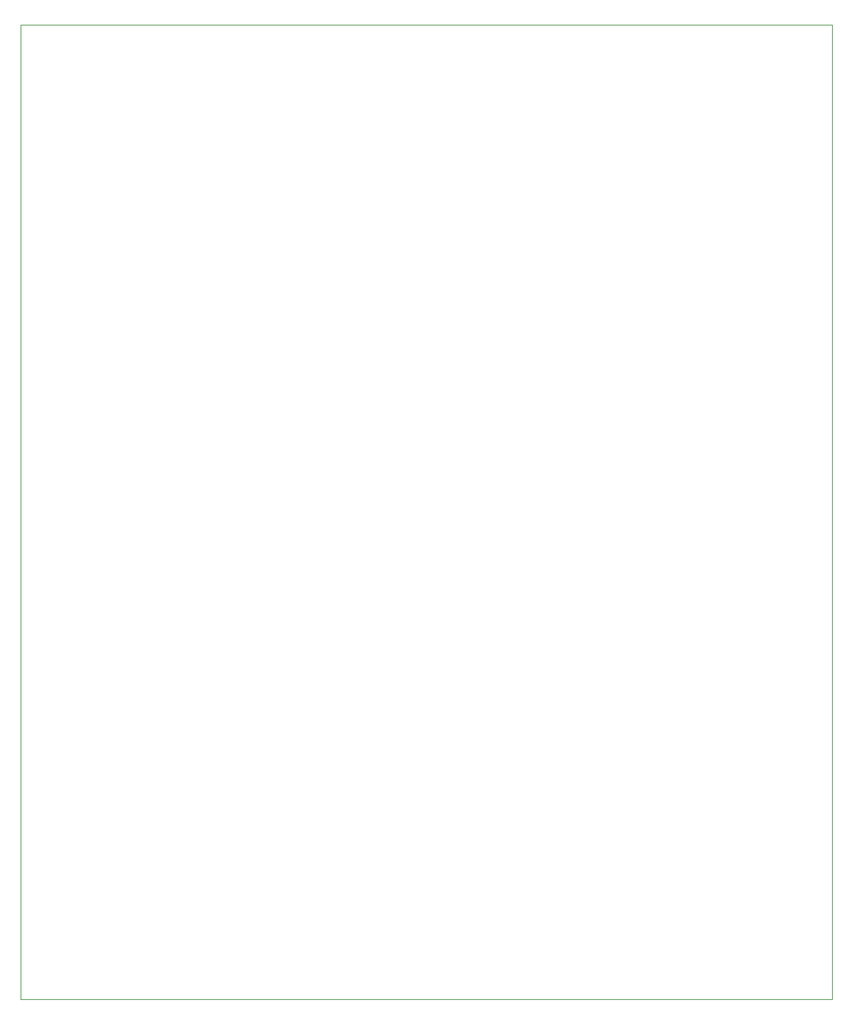
<source format=gm1>
%TF.GenerationSoftware,KiCad,Pcbnew,(6.0.7)*%
%TF.CreationDate,2022-09-29T18:44:06-03:00*%
%TF.ProjectId,uEFI_rev3,75454649-5f72-4657-9633-2e6b69636164,v3.0*%
%TF.SameCoordinates,Original*%
%TF.FileFunction,Profile,NP*%
%FSLAX46Y46*%
G04 Gerber Fmt 4.6, Leading zero omitted, Abs format (unit mm)*
G04 Created by KiCad (PCBNEW (6.0.7)) date 2022-09-29 18:44:06*
%MOMM*%
%LPD*%
G01*
G04 APERTURE LIST*
%TA.AperFunction,Profile*%
%ADD10C,0.050000*%
%TD*%
G04 APERTURE END LIST*
D10*
X54033998Y-43864185D02*
X153941201Y-43864185D01*
X153941201Y-43864185D02*
X153941201Y-163880800D01*
X153941201Y-163880800D02*
X54033998Y-163880800D01*
X54033998Y-163880800D02*
X54033998Y-43864185D01*
M02*

</source>
